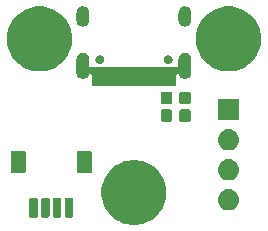
<source format=gts>
G04 #@! TF.GenerationSoftware,KiCad,Pcbnew,(5.1.4)-1*
G04 #@! TF.CreationDate,2020-02-17T01:36:26-08:00*
G04 #@! TF.ProjectId,daughterboard,64617567-6874-4657-9262-6f6172642e6b,rev?*
G04 #@! TF.SameCoordinates,Original*
G04 #@! TF.FileFunction,Soldermask,Top*
G04 #@! TF.FilePolarity,Negative*
%FSLAX46Y46*%
G04 Gerber Fmt 4.6, Leading zero omitted, Abs format (unit mm)*
G04 Created by KiCad (PCBNEW (5.1.4)-1) date 2020-02-17 01:36:26*
%MOMM*%
%LPD*%
G04 APERTURE LIST*
%ADD10C,0.100000*%
G04 APERTURE END LIST*
D10*
G36*
X11536694Y-13301860D02*
G01*
X11802437Y-13354719D01*
X12303087Y-13562095D01*
X12483561Y-13682684D01*
X12753660Y-13863158D01*
X13136842Y-14246340D01*
X13317316Y-14516439D01*
X13437905Y-14696913D01*
X13571363Y-15019109D01*
X13645281Y-15197564D01*
X13751000Y-15729049D01*
X13751000Y-16270951D01*
X13716703Y-16443373D01*
X13645281Y-16802437D01*
X13437905Y-17303087D01*
X13322160Y-17476311D01*
X13136842Y-17753660D01*
X12753660Y-18136842D01*
X12490774Y-18312496D01*
X12303087Y-18437905D01*
X11802437Y-18645281D01*
X11536693Y-18698141D01*
X11270951Y-18751000D01*
X10729049Y-18751000D01*
X10463307Y-18698141D01*
X10197563Y-18645281D01*
X9696913Y-18437905D01*
X9509226Y-18312496D01*
X9246340Y-18136842D01*
X8863158Y-17753660D01*
X8677840Y-17476311D01*
X8562095Y-17303087D01*
X8354719Y-16802437D01*
X8283297Y-16443373D01*
X8249000Y-16270951D01*
X8249000Y-15729049D01*
X8354719Y-15197564D01*
X8428637Y-15019109D01*
X8562095Y-14696913D01*
X8682684Y-14516439D01*
X8863158Y-14246340D01*
X9246340Y-13863158D01*
X9516439Y-13682684D01*
X9696913Y-13562095D01*
X10197563Y-13354719D01*
X10463306Y-13301860D01*
X10729049Y-13249000D01*
X11270951Y-13249000D01*
X11536694Y-13301860D01*
X11536694Y-13301860D01*
G37*
G36*
X5759928Y-16476764D02*
G01*
X5781009Y-16483160D01*
X5800445Y-16493548D01*
X5817476Y-16507524D01*
X5831452Y-16524555D01*
X5841840Y-16543991D01*
X5848236Y-16565072D01*
X5851000Y-16593140D01*
X5851000Y-18006860D01*
X5848236Y-18034928D01*
X5841840Y-18056009D01*
X5831452Y-18075445D01*
X5817476Y-18092476D01*
X5800445Y-18106452D01*
X5781009Y-18116840D01*
X5759928Y-18123236D01*
X5731860Y-18126000D01*
X5268140Y-18126000D01*
X5240072Y-18123236D01*
X5218991Y-18116840D01*
X5199555Y-18106452D01*
X5182524Y-18092476D01*
X5168548Y-18075445D01*
X5158160Y-18056009D01*
X5151764Y-18034928D01*
X5149000Y-18006860D01*
X5149000Y-16593140D01*
X5151764Y-16565072D01*
X5158160Y-16543991D01*
X5168548Y-16524555D01*
X5182524Y-16507524D01*
X5199555Y-16493548D01*
X5218991Y-16483160D01*
X5240072Y-16476764D01*
X5268140Y-16474000D01*
X5731860Y-16474000D01*
X5759928Y-16476764D01*
X5759928Y-16476764D01*
G37*
G36*
X4759928Y-16476764D02*
G01*
X4781009Y-16483160D01*
X4800445Y-16493548D01*
X4817476Y-16507524D01*
X4831452Y-16524555D01*
X4841840Y-16543991D01*
X4848236Y-16565072D01*
X4851000Y-16593140D01*
X4851000Y-18006860D01*
X4848236Y-18034928D01*
X4841840Y-18056009D01*
X4831452Y-18075445D01*
X4817476Y-18092476D01*
X4800445Y-18106452D01*
X4781009Y-18116840D01*
X4759928Y-18123236D01*
X4731860Y-18126000D01*
X4268140Y-18126000D01*
X4240072Y-18123236D01*
X4218991Y-18116840D01*
X4199555Y-18106452D01*
X4182524Y-18092476D01*
X4168548Y-18075445D01*
X4158160Y-18056009D01*
X4151764Y-18034928D01*
X4149000Y-18006860D01*
X4149000Y-16593140D01*
X4151764Y-16565072D01*
X4158160Y-16543991D01*
X4168548Y-16524555D01*
X4182524Y-16507524D01*
X4199555Y-16493548D01*
X4218991Y-16483160D01*
X4240072Y-16476764D01*
X4268140Y-16474000D01*
X4731860Y-16474000D01*
X4759928Y-16476764D01*
X4759928Y-16476764D01*
G37*
G36*
X3759928Y-16476764D02*
G01*
X3781009Y-16483160D01*
X3800445Y-16493548D01*
X3817476Y-16507524D01*
X3831452Y-16524555D01*
X3841840Y-16543991D01*
X3848236Y-16565072D01*
X3851000Y-16593140D01*
X3851000Y-18006860D01*
X3848236Y-18034928D01*
X3841840Y-18056009D01*
X3831452Y-18075445D01*
X3817476Y-18092476D01*
X3800445Y-18106452D01*
X3781009Y-18116840D01*
X3759928Y-18123236D01*
X3731860Y-18126000D01*
X3268140Y-18126000D01*
X3240072Y-18123236D01*
X3218991Y-18116840D01*
X3199555Y-18106452D01*
X3182524Y-18092476D01*
X3168548Y-18075445D01*
X3158160Y-18056009D01*
X3151764Y-18034928D01*
X3149000Y-18006860D01*
X3149000Y-16593140D01*
X3151764Y-16565072D01*
X3158160Y-16543991D01*
X3168548Y-16524555D01*
X3182524Y-16507524D01*
X3199555Y-16493548D01*
X3218991Y-16483160D01*
X3240072Y-16476764D01*
X3268140Y-16474000D01*
X3731860Y-16474000D01*
X3759928Y-16476764D01*
X3759928Y-16476764D01*
G37*
G36*
X2759928Y-16476764D02*
G01*
X2781009Y-16483160D01*
X2800445Y-16493548D01*
X2817476Y-16507524D01*
X2831452Y-16524555D01*
X2841840Y-16543991D01*
X2848236Y-16565072D01*
X2851000Y-16593140D01*
X2851000Y-18006860D01*
X2848236Y-18034928D01*
X2841840Y-18056009D01*
X2831452Y-18075445D01*
X2817476Y-18092476D01*
X2800445Y-18106452D01*
X2781009Y-18116840D01*
X2759928Y-18123236D01*
X2731860Y-18126000D01*
X2268140Y-18126000D01*
X2240072Y-18123236D01*
X2218991Y-18116840D01*
X2199555Y-18106452D01*
X2182524Y-18092476D01*
X2168548Y-18075445D01*
X2158160Y-18056009D01*
X2151764Y-18034928D01*
X2149000Y-18006860D01*
X2149000Y-16593140D01*
X2151764Y-16565072D01*
X2158160Y-16543991D01*
X2168548Y-16524555D01*
X2182524Y-16507524D01*
X2199555Y-16493548D01*
X2218991Y-16483160D01*
X2240072Y-16476764D01*
X2268140Y-16474000D01*
X2731860Y-16474000D01*
X2759928Y-16476764D01*
X2759928Y-16476764D01*
G37*
G36*
X19110442Y-15725518D02*
G01*
X19176627Y-15732037D01*
X19346466Y-15783557D01*
X19502991Y-15867222D01*
X19538729Y-15896552D01*
X19640186Y-15979814D01*
X19723448Y-16081271D01*
X19752778Y-16117009D01*
X19836443Y-16273534D01*
X19887963Y-16443373D01*
X19905359Y-16620000D01*
X19887963Y-16796627D01*
X19836443Y-16966466D01*
X19752778Y-17122991D01*
X19735212Y-17144395D01*
X19640186Y-17260186D01*
X19538729Y-17343448D01*
X19502991Y-17372778D01*
X19346466Y-17456443D01*
X19176627Y-17507963D01*
X19110442Y-17514482D01*
X19044260Y-17521000D01*
X18955740Y-17521000D01*
X18889558Y-17514482D01*
X18823373Y-17507963D01*
X18653534Y-17456443D01*
X18497009Y-17372778D01*
X18461271Y-17343448D01*
X18359814Y-17260186D01*
X18264788Y-17144395D01*
X18247222Y-17122991D01*
X18163557Y-16966466D01*
X18112037Y-16796627D01*
X18094641Y-16620000D01*
X18112037Y-16443373D01*
X18163557Y-16273534D01*
X18247222Y-16117009D01*
X18276552Y-16081271D01*
X18359814Y-15979814D01*
X18461271Y-15896552D01*
X18497009Y-15867222D01*
X18653534Y-15783557D01*
X18823373Y-15732037D01*
X18889558Y-15725518D01*
X18955740Y-15719000D01*
X19044260Y-15719000D01*
X19110442Y-15725518D01*
X19110442Y-15725518D01*
G37*
G36*
X19110442Y-13185518D02*
G01*
X19176627Y-13192037D01*
X19346466Y-13243557D01*
X19502991Y-13327222D01*
X19536496Y-13354719D01*
X19640186Y-13439814D01*
X19723448Y-13541271D01*
X19752778Y-13577009D01*
X19836443Y-13733534D01*
X19887963Y-13903373D01*
X19905359Y-14080000D01*
X19887963Y-14256627D01*
X19836443Y-14426466D01*
X19752778Y-14582991D01*
X19728537Y-14612529D01*
X19640186Y-14720186D01*
X19538729Y-14803448D01*
X19502991Y-14832778D01*
X19346466Y-14916443D01*
X19176627Y-14967963D01*
X19110442Y-14974482D01*
X19044260Y-14981000D01*
X18955740Y-14981000D01*
X18889558Y-14974482D01*
X18823373Y-14967963D01*
X18653534Y-14916443D01*
X18497009Y-14832778D01*
X18461271Y-14803448D01*
X18359814Y-14720186D01*
X18271463Y-14612529D01*
X18247222Y-14582991D01*
X18163557Y-14426466D01*
X18112037Y-14256627D01*
X18094641Y-14080000D01*
X18112037Y-13903373D01*
X18163557Y-13733534D01*
X18247222Y-13577009D01*
X18276552Y-13541271D01*
X18359814Y-13439814D01*
X18463504Y-13354719D01*
X18497009Y-13327222D01*
X18653534Y-13243557D01*
X18823373Y-13192037D01*
X18889558Y-13185518D01*
X18955740Y-13179000D01*
X19044260Y-13179000D01*
X19110442Y-13185518D01*
X19110442Y-13185518D01*
G37*
G36*
X7291242Y-12478404D02*
G01*
X7328337Y-12489657D01*
X7362515Y-12507925D01*
X7392481Y-12532519D01*
X7417075Y-12562485D01*
X7435343Y-12596663D01*
X7446596Y-12633758D01*
X7451000Y-12678474D01*
X7451000Y-14171526D01*
X7446596Y-14216242D01*
X7435343Y-14253337D01*
X7417075Y-14287515D01*
X7392481Y-14317481D01*
X7362515Y-14342075D01*
X7328337Y-14360343D01*
X7291242Y-14371596D01*
X7246526Y-14376000D01*
X6353474Y-14376000D01*
X6308758Y-14371596D01*
X6271663Y-14360343D01*
X6237485Y-14342075D01*
X6207519Y-14317481D01*
X6182925Y-14287515D01*
X6164657Y-14253337D01*
X6153404Y-14216242D01*
X6149000Y-14171526D01*
X6149000Y-12678474D01*
X6153404Y-12633758D01*
X6164657Y-12596663D01*
X6182925Y-12562485D01*
X6207519Y-12532519D01*
X6237485Y-12507925D01*
X6271663Y-12489657D01*
X6308758Y-12478404D01*
X6353474Y-12474000D01*
X7246526Y-12474000D01*
X7291242Y-12478404D01*
X7291242Y-12478404D01*
G37*
G36*
X1691242Y-12478404D02*
G01*
X1728337Y-12489657D01*
X1762515Y-12507925D01*
X1792481Y-12532519D01*
X1817075Y-12562485D01*
X1835343Y-12596663D01*
X1846596Y-12633758D01*
X1851000Y-12678474D01*
X1851000Y-14171526D01*
X1846596Y-14216242D01*
X1835343Y-14253337D01*
X1817075Y-14287515D01*
X1792481Y-14317481D01*
X1762515Y-14342075D01*
X1728337Y-14360343D01*
X1691242Y-14371596D01*
X1646526Y-14376000D01*
X753474Y-14376000D01*
X708758Y-14371596D01*
X671663Y-14360343D01*
X637485Y-14342075D01*
X607519Y-14317481D01*
X582925Y-14287515D01*
X564657Y-14253337D01*
X553404Y-14216242D01*
X549000Y-14171526D01*
X549000Y-12678474D01*
X553404Y-12633758D01*
X564657Y-12596663D01*
X582925Y-12562485D01*
X607519Y-12532519D01*
X637485Y-12507925D01*
X671663Y-12489657D01*
X708758Y-12478404D01*
X753474Y-12474000D01*
X1646526Y-12474000D01*
X1691242Y-12478404D01*
X1691242Y-12478404D01*
G37*
G36*
X19110442Y-10645518D02*
G01*
X19176627Y-10652037D01*
X19346466Y-10703557D01*
X19502991Y-10787222D01*
X19538729Y-10816552D01*
X19640186Y-10899814D01*
X19723448Y-11001271D01*
X19752778Y-11037009D01*
X19836443Y-11193534D01*
X19887963Y-11363373D01*
X19905359Y-11540000D01*
X19887963Y-11716627D01*
X19836443Y-11886466D01*
X19752778Y-12042991D01*
X19723448Y-12078729D01*
X19640186Y-12180186D01*
X19538729Y-12263448D01*
X19502991Y-12292778D01*
X19346466Y-12376443D01*
X19176627Y-12427963D01*
X19110443Y-12434481D01*
X19044260Y-12441000D01*
X18955740Y-12441000D01*
X18889557Y-12434481D01*
X18823373Y-12427963D01*
X18653534Y-12376443D01*
X18497009Y-12292778D01*
X18461271Y-12263448D01*
X18359814Y-12180186D01*
X18276552Y-12078729D01*
X18247222Y-12042991D01*
X18163557Y-11886466D01*
X18112037Y-11716627D01*
X18094641Y-11540000D01*
X18112037Y-11363373D01*
X18163557Y-11193534D01*
X18247222Y-11037009D01*
X18276552Y-11001271D01*
X18359814Y-10899814D01*
X18461271Y-10816552D01*
X18497009Y-10787222D01*
X18653534Y-10703557D01*
X18823373Y-10652037D01*
X18889558Y-10645518D01*
X18955740Y-10639000D01*
X19044260Y-10639000D01*
X19110442Y-10645518D01*
X19110442Y-10645518D01*
G37*
G36*
X15662091Y-8978085D02*
G01*
X15696069Y-8988393D01*
X15727390Y-9005134D01*
X15754839Y-9027661D01*
X15777366Y-9055110D01*
X15794107Y-9086431D01*
X15804415Y-9120409D01*
X15808500Y-9161890D01*
X15808500Y-9838110D01*
X15804415Y-9879591D01*
X15794107Y-9913569D01*
X15777366Y-9944890D01*
X15754839Y-9972339D01*
X15727390Y-9994866D01*
X15696069Y-10011607D01*
X15662091Y-10021915D01*
X15620610Y-10026000D01*
X15019390Y-10026000D01*
X14977909Y-10021915D01*
X14943931Y-10011607D01*
X14912610Y-9994866D01*
X14885161Y-9972339D01*
X14862634Y-9944890D01*
X14845893Y-9913569D01*
X14835585Y-9879591D01*
X14831500Y-9838110D01*
X14831500Y-9161890D01*
X14835585Y-9120409D01*
X14845893Y-9086431D01*
X14862634Y-9055110D01*
X14885161Y-9027661D01*
X14912610Y-9005134D01*
X14943931Y-8988393D01*
X14977909Y-8978085D01*
X15019390Y-8974000D01*
X15620610Y-8974000D01*
X15662091Y-8978085D01*
X15662091Y-8978085D01*
G37*
G36*
X14087091Y-8978085D02*
G01*
X14121069Y-8988393D01*
X14152390Y-9005134D01*
X14179839Y-9027661D01*
X14202366Y-9055110D01*
X14219107Y-9086431D01*
X14229415Y-9120409D01*
X14233500Y-9161890D01*
X14233500Y-9838110D01*
X14229415Y-9879591D01*
X14219107Y-9913569D01*
X14202366Y-9944890D01*
X14179839Y-9972339D01*
X14152390Y-9994866D01*
X14121069Y-10011607D01*
X14087091Y-10021915D01*
X14045610Y-10026000D01*
X13444390Y-10026000D01*
X13402909Y-10021915D01*
X13368931Y-10011607D01*
X13337610Y-9994866D01*
X13310161Y-9972339D01*
X13287634Y-9944890D01*
X13270893Y-9913569D01*
X13260585Y-9879591D01*
X13256500Y-9838110D01*
X13256500Y-9161890D01*
X13260585Y-9120409D01*
X13270893Y-9086431D01*
X13287634Y-9055110D01*
X13310161Y-9027661D01*
X13337610Y-9005134D01*
X13368931Y-8988393D01*
X13402909Y-8978085D01*
X13444390Y-8974000D01*
X14045610Y-8974000D01*
X14087091Y-8978085D01*
X14087091Y-8978085D01*
G37*
G36*
X19901000Y-9901000D02*
G01*
X18099000Y-9901000D01*
X18099000Y-8099000D01*
X19901000Y-8099000D01*
X19901000Y-9901000D01*
X19901000Y-9901000D01*
G37*
G36*
X15662091Y-7478085D02*
G01*
X15696069Y-7488393D01*
X15727390Y-7505134D01*
X15754839Y-7527661D01*
X15777366Y-7555110D01*
X15794107Y-7586431D01*
X15804415Y-7620409D01*
X15808500Y-7661890D01*
X15808500Y-8338110D01*
X15804415Y-8379591D01*
X15794107Y-8413569D01*
X15777366Y-8444890D01*
X15754839Y-8472339D01*
X15727390Y-8494866D01*
X15696069Y-8511607D01*
X15662091Y-8521915D01*
X15620610Y-8526000D01*
X15019390Y-8526000D01*
X14977909Y-8521915D01*
X14943931Y-8511607D01*
X14912610Y-8494866D01*
X14885161Y-8472339D01*
X14862634Y-8444890D01*
X14845893Y-8413569D01*
X14835585Y-8379591D01*
X14831500Y-8338110D01*
X14831500Y-7661890D01*
X14835585Y-7620409D01*
X14845893Y-7586431D01*
X14862634Y-7555110D01*
X14885161Y-7527661D01*
X14912610Y-7505134D01*
X14943931Y-7488393D01*
X14977909Y-7478085D01*
X15019390Y-7474000D01*
X15620610Y-7474000D01*
X15662091Y-7478085D01*
X15662091Y-7478085D01*
G37*
G36*
X14087091Y-7478085D02*
G01*
X14121069Y-7488393D01*
X14152390Y-7505134D01*
X14179839Y-7527661D01*
X14202366Y-7555110D01*
X14219107Y-7586431D01*
X14229415Y-7620409D01*
X14233500Y-7661890D01*
X14233500Y-8338110D01*
X14229415Y-8379591D01*
X14219107Y-8413569D01*
X14202366Y-8444890D01*
X14179839Y-8472339D01*
X14152390Y-8494866D01*
X14121069Y-8511607D01*
X14087091Y-8521915D01*
X14045610Y-8526000D01*
X13444390Y-8526000D01*
X13402909Y-8521915D01*
X13368931Y-8511607D01*
X13337610Y-8494866D01*
X13310161Y-8472339D01*
X13287634Y-8444890D01*
X13270893Y-8413569D01*
X13260585Y-8379591D01*
X13256500Y-8338110D01*
X13256500Y-7661890D01*
X13260585Y-7620409D01*
X13270893Y-7586431D01*
X13287634Y-7555110D01*
X13310161Y-7527661D01*
X13337610Y-7505134D01*
X13368931Y-7488393D01*
X13402909Y-7478085D01*
X13444390Y-7474000D01*
X14045610Y-7474000D01*
X14087091Y-7478085D01*
X14087091Y-7478085D01*
G37*
G36*
X15428015Y-4186973D02*
G01*
X15531879Y-4218479D01*
X15559055Y-4233005D01*
X15627600Y-4269643D01*
X15711501Y-4338499D01*
X15780357Y-4422400D01*
X15799354Y-4457942D01*
X15831521Y-4518121D01*
X15863027Y-4621985D01*
X15871000Y-4702933D01*
X15871000Y-5857067D01*
X15863027Y-5938015D01*
X15831521Y-6041879D01*
X15807987Y-6085907D01*
X15780357Y-6137599D01*
X15780354Y-6137603D01*
X15711501Y-6221501D01*
X15642645Y-6278009D01*
X15627599Y-6290357D01*
X15575907Y-6317987D01*
X15531878Y-6341521D01*
X15428014Y-6373027D01*
X15320000Y-6383666D01*
X15211985Y-6373027D01*
X15108121Y-6341521D01*
X15064093Y-6317987D01*
X15012401Y-6290357D01*
X14999643Y-6279887D01*
X14928499Y-6221501D01*
X14859644Y-6137600D01*
X14811230Y-6047024D01*
X14797625Y-6026664D01*
X14780298Y-6009337D01*
X14759924Y-5995723D01*
X14737285Y-5986346D01*
X14713252Y-5981565D01*
X14688748Y-5981565D01*
X14664714Y-5986345D01*
X14642075Y-5995722D01*
X14621701Y-6009336D01*
X14604374Y-6026663D01*
X14590760Y-6047037D01*
X14581383Y-6069676D01*
X14576602Y-6093709D01*
X14576000Y-6105962D01*
X14576000Y-6971000D01*
X7424000Y-6971000D01*
X7424000Y-6105962D01*
X7421598Y-6081577D01*
X7414485Y-6058128D01*
X7402934Y-6036517D01*
X7387389Y-6017575D01*
X7368447Y-6002030D01*
X7346836Y-5990479D01*
X7323387Y-5983366D01*
X7299001Y-5980964D01*
X7274615Y-5983366D01*
X7251166Y-5990479D01*
X7229555Y-6002030D01*
X7210613Y-6017575D01*
X7195068Y-6036517D01*
X7188778Y-6047010D01*
X7140356Y-6137600D01*
X7140355Y-6137602D01*
X7071501Y-6221501D01*
X7002645Y-6278009D01*
X6987599Y-6290357D01*
X6935907Y-6317987D01*
X6891878Y-6341521D01*
X6788014Y-6373027D01*
X6680000Y-6383666D01*
X6571985Y-6373027D01*
X6468121Y-6341521D01*
X6424093Y-6317987D01*
X6372401Y-6290357D01*
X6359643Y-6279887D01*
X6288499Y-6221501D01*
X6219646Y-6137603D01*
X6219643Y-6137599D01*
X6189699Y-6081577D01*
X6168479Y-6041878D01*
X6136973Y-5938014D01*
X6129000Y-5857066D01*
X6129001Y-4702933D01*
X6136974Y-4621985D01*
X6168480Y-4518121D01*
X6200647Y-4457942D01*
X6219644Y-4422400D01*
X6288500Y-4338499D01*
X6372401Y-4269643D01*
X6440946Y-4233005D01*
X6468122Y-4218479D01*
X6571986Y-4186973D01*
X6680000Y-4176334D01*
X6788015Y-4186973D01*
X6891879Y-4218479D01*
X6919055Y-4233005D01*
X6987600Y-4269643D01*
X7071501Y-4338499D01*
X7140357Y-4422400D01*
X7159354Y-4457942D01*
X7191521Y-4518121D01*
X7223027Y-4621985D01*
X7231000Y-4702933D01*
X7231000Y-5294001D01*
X7233402Y-5318387D01*
X7240515Y-5341836D01*
X7252066Y-5363447D01*
X7267611Y-5382389D01*
X7286553Y-5397934D01*
X7308164Y-5409485D01*
X7331613Y-5416598D01*
X7355999Y-5419000D01*
X14644001Y-5419000D01*
X14668387Y-5416598D01*
X14691836Y-5409485D01*
X14713447Y-5397934D01*
X14732389Y-5382389D01*
X14747934Y-5363447D01*
X14759485Y-5341836D01*
X14766598Y-5318387D01*
X14769000Y-5294001D01*
X14769001Y-4702939D01*
X14769001Y-4702933D01*
X14776974Y-4621985D01*
X14808480Y-4518121D01*
X14840647Y-4457942D01*
X14859644Y-4422400D01*
X14928500Y-4338499D01*
X15012401Y-4269643D01*
X15080946Y-4233005D01*
X15108122Y-4218479D01*
X15211986Y-4186973D01*
X15320000Y-4176334D01*
X15428015Y-4186973D01*
X15428015Y-4186973D01*
G37*
G36*
X3469425Y-288479D02*
G01*
X3802437Y-354719D01*
X4303087Y-562095D01*
X4483561Y-682684D01*
X4753660Y-863158D01*
X5136842Y-1246340D01*
X5311685Y-1508012D01*
X5437905Y-1696913D01*
X5571363Y-2019109D01*
X5645281Y-2197564D01*
X5751000Y-2729049D01*
X5751000Y-3270951D01*
X5715186Y-3451000D01*
X5645281Y-3802437D01*
X5437905Y-4303087D01*
X5380867Y-4388450D01*
X5136842Y-4753660D01*
X4753660Y-5136842D01*
X4518454Y-5294001D01*
X4303087Y-5437905D01*
X3802437Y-5645281D01*
X3536694Y-5698140D01*
X3270951Y-5751000D01*
X2729049Y-5751000D01*
X2463306Y-5698140D01*
X2197563Y-5645281D01*
X1696913Y-5437905D01*
X1481546Y-5294001D01*
X1246340Y-5136842D01*
X863158Y-4753660D01*
X619133Y-4388450D01*
X562095Y-4303087D01*
X354719Y-3802437D01*
X284814Y-3451000D01*
X249000Y-3270951D01*
X249000Y-2729049D01*
X354719Y-2197564D01*
X428637Y-2019109D01*
X562095Y-1696913D01*
X688315Y-1508012D01*
X863158Y-1246340D01*
X1246340Y-863158D01*
X1516439Y-682684D01*
X1696913Y-562095D01*
X2197563Y-354719D01*
X2530575Y-288479D01*
X2729049Y-249000D01*
X3270951Y-249000D01*
X3469425Y-288479D01*
X3469425Y-288479D01*
G37*
G36*
X19469425Y-288479D02*
G01*
X19802437Y-354719D01*
X20303087Y-562095D01*
X20483561Y-682684D01*
X20753660Y-863158D01*
X21136842Y-1246340D01*
X21311685Y-1508012D01*
X21437905Y-1696913D01*
X21571363Y-2019109D01*
X21645281Y-2197564D01*
X21751000Y-2729049D01*
X21751000Y-3270951D01*
X21715186Y-3451000D01*
X21645281Y-3802437D01*
X21437905Y-4303087D01*
X21380867Y-4388450D01*
X21136842Y-4753660D01*
X20753660Y-5136842D01*
X20518454Y-5294001D01*
X20303087Y-5437905D01*
X19802437Y-5645281D01*
X19536694Y-5698140D01*
X19270951Y-5751000D01*
X18729049Y-5751000D01*
X18463306Y-5698140D01*
X18197563Y-5645281D01*
X17696913Y-5437905D01*
X17481546Y-5294001D01*
X17246340Y-5136842D01*
X16863158Y-4753660D01*
X16619133Y-4388450D01*
X16562095Y-4303087D01*
X16354719Y-3802437D01*
X16284814Y-3451000D01*
X16249000Y-3270951D01*
X16249000Y-2729049D01*
X16354719Y-2197564D01*
X16428637Y-2019109D01*
X16562095Y-1696913D01*
X16688315Y-1508012D01*
X16863158Y-1246340D01*
X17246340Y-863158D01*
X17516439Y-682684D01*
X17696913Y-562095D01*
X18197563Y-354719D01*
X18530575Y-288479D01*
X18729049Y-249000D01*
X19270951Y-249000D01*
X19469425Y-288479D01*
X19469425Y-288479D01*
G37*
G36*
X8219672Y-4388449D02*
G01*
X8219674Y-4388450D01*
X8219675Y-4388450D01*
X8288103Y-4416793D01*
X8349686Y-4457942D01*
X8402058Y-4510314D01*
X8443207Y-4571897D01*
X8471550Y-4640325D01*
X8471551Y-4640328D01*
X8486000Y-4712966D01*
X8486000Y-4787034D01*
X8477143Y-4831562D01*
X8471550Y-4859675D01*
X8443207Y-4928103D01*
X8402058Y-4989686D01*
X8349686Y-5042058D01*
X8288103Y-5083207D01*
X8219675Y-5111550D01*
X8219674Y-5111550D01*
X8219672Y-5111551D01*
X8147034Y-5126000D01*
X8072966Y-5126000D01*
X8000328Y-5111551D01*
X8000326Y-5111550D01*
X8000325Y-5111550D01*
X7931897Y-5083207D01*
X7870314Y-5042058D01*
X7817942Y-4989686D01*
X7776793Y-4928103D01*
X7748450Y-4859675D01*
X7742858Y-4831562D01*
X7734000Y-4787034D01*
X7734000Y-4712966D01*
X7748449Y-4640328D01*
X7748450Y-4640325D01*
X7776793Y-4571897D01*
X7817942Y-4510314D01*
X7870314Y-4457942D01*
X7931897Y-4416793D01*
X8000325Y-4388450D01*
X8000326Y-4388450D01*
X8000328Y-4388449D01*
X8072966Y-4374000D01*
X8147034Y-4374000D01*
X8219672Y-4388449D01*
X8219672Y-4388449D01*
G37*
G36*
X13999672Y-4388449D02*
G01*
X13999674Y-4388450D01*
X13999675Y-4388450D01*
X14068103Y-4416793D01*
X14129686Y-4457942D01*
X14182058Y-4510314D01*
X14223207Y-4571897D01*
X14251550Y-4640325D01*
X14251551Y-4640328D01*
X14266000Y-4712966D01*
X14266000Y-4787034D01*
X14257143Y-4831562D01*
X14251550Y-4859675D01*
X14223207Y-4928103D01*
X14182058Y-4989686D01*
X14129686Y-5042058D01*
X14068103Y-5083207D01*
X13999675Y-5111550D01*
X13999674Y-5111550D01*
X13999672Y-5111551D01*
X13927034Y-5126000D01*
X13852966Y-5126000D01*
X13780328Y-5111551D01*
X13780326Y-5111550D01*
X13780325Y-5111550D01*
X13711897Y-5083207D01*
X13650314Y-5042058D01*
X13597942Y-4989686D01*
X13556793Y-4928103D01*
X13528450Y-4859675D01*
X13522858Y-4831562D01*
X13514000Y-4787034D01*
X13514000Y-4712966D01*
X13528449Y-4640328D01*
X13528450Y-4640325D01*
X13556793Y-4571897D01*
X13597942Y-4510314D01*
X13650314Y-4457942D01*
X13711897Y-4416793D01*
X13780325Y-4388450D01*
X13780326Y-4388450D01*
X13780328Y-4388449D01*
X13852966Y-4374000D01*
X13927034Y-4374000D01*
X13999672Y-4388449D01*
X13999672Y-4388449D01*
G37*
G36*
X15428015Y-256973D02*
G01*
X15531879Y-288479D01*
X15559055Y-303005D01*
X15627600Y-339643D01*
X15711501Y-408499D01*
X15780357Y-492400D01*
X15816995Y-560945D01*
X15831521Y-588121D01*
X15863027Y-691985D01*
X15871000Y-772933D01*
X15871000Y-1427067D01*
X15863027Y-1508015D01*
X15831521Y-1611879D01*
X15807987Y-1655907D01*
X15786069Y-1696913D01*
X15780356Y-1707600D01*
X15711501Y-1791501D01*
X15642645Y-1848009D01*
X15627599Y-1860357D01*
X15575907Y-1887987D01*
X15531878Y-1911521D01*
X15428014Y-1943027D01*
X15320000Y-1953666D01*
X15211985Y-1943027D01*
X15108121Y-1911521D01*
X15064093Y-1887987D01*
X15012401Y-1860357D01*
X14999643Y-1849887D01*
X14928499Y-1791501D01*
X14859644Y-1707600D01*
X14853932Y-1696913D01*
X14808827Y-1612529D01*
X14808479Y-1611878D01*
X14776973Y-1508014D01*
X14769000Y-1427066D01*
X14769000Y-772933D01*
X14776973Y-691985D01*
X14808480Y-588121D01*
X14822391Y-562095D01*
X14859645Y-492399D01*
X14928500Y-408499D01*
X15012401Y-339643D01*
X15080946Y-303005D01*
X15108122Y-288479D01*
X15211986Y-256973D01*
X15320000Y-246334D01*
X15428015Y-256973D01*
X15428015Y-256973D01*
G37*
G36*
X6788015Y-256973D02*
G01*
X6891879Y-288479D01*
X6919055Y-303005D01*
X6987600Y-339643D01*
X7071501Y-408499D01*
X7140357Y-492400D01*
X7176995Y-560945D01*
X7191521Y-588121D01*
X7223027Y-691985D01*
X7231000Y-772933D01*
X7231000Y-1427067D01*
X7223027Y-1508015D01*
X7191521Y-1611879D01*
X7167987Y-1655907D01*
X7146069Y-1696913D01*
X7140356Y-1707600D01*
X7071501Y-1791501D01*
X7002645Y-1848009D01*
X6987599Y-1860357D01*
X6935907Y-1887987D01*
X6891878Y-1911521D01*
X6788014Y-1943027D01*
X6680000Y-1953666D01*
X6571985Y-1943027D01*
X6468121Y-1911521D01*
X6424093Y-1887987D01*
X6372401Y-1860357D01*
X6359643Y-1849887D01*
X6288499Y-1791501D01*
X6219644Y-1707600D01*
X6213932Y-1696913D01*
X6168827Y-1612529D01*
X6168479Y-1611878D01*
X6136973Y-1508014D01*
X6129000Y-1427066D01*
X6129000Y-772933D01*
X6136973Y-691985D01*
X6168480Y-588121D01*
X6182391Y-562095D01*
X6219645Y-492399D01*
X6288500Y-408499D01*
X6372401Y-339643D01*
X6440946Y-303005D01*
X6468122Y-288479D01*
X6571986Y-256973D01*
X6680000Y-246334D01*
X6788015Y-256973D01*
X6788015Y-256973D01*
G37*
M02*

</source>
